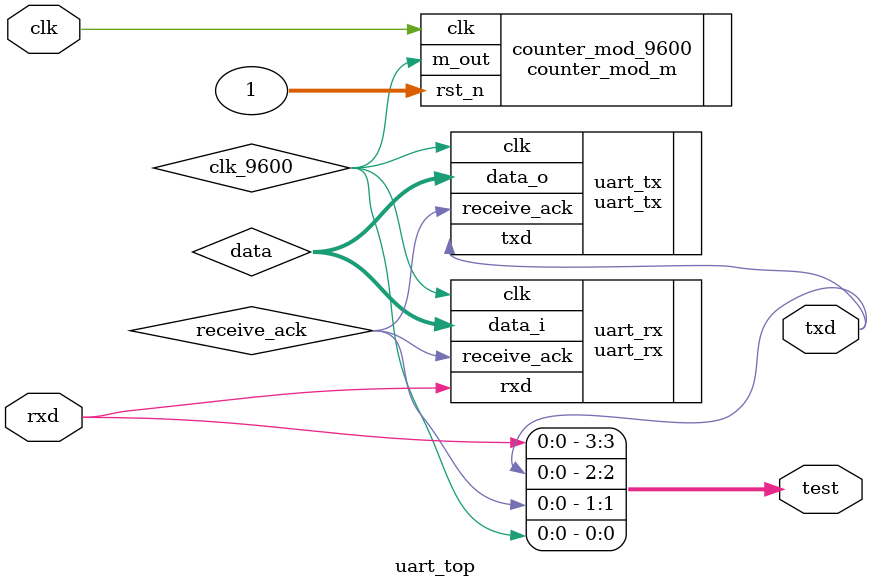
<source format=v>
`timescale 1ns / 1ps


module uart_top(
    input wire rxd,
    input wire clk,
    output wire txd,
    output wire [3:0] test
    );

    localparam Baud_Rate = 9600;
    localparam div_num = 'd100_000_000 / Baud_Rate;

    wire clk_9600;        
    wire receive_ack;
    wire [7:0] data;

    //  9600时钟信号分频
    counter_mod_m #(.M(div_num+1), .N(20)) counter_mod_9600(
        .clk(clk),
        .m_out(clk_9600),
        .rst_n(1)
    );

/*    clk_div clk_div(
        .clk(clk),
        .clk_out(clk_9600)
    );
*/
    uart_tx uart_tx(
        .clk(clk_9600),
        .txd(txd),
        .data_o(data),
        .receive_ack(receive_ack)
    );
    // receive_ack : whick mean............

    uart_rx uart_rx(
        .clk(clk_9600),
        .rxd(rxd),
        .data_i(data),
        .receive_ack(receive_ack)
    );
    
    assign test[0] = clk_9600;
    assign test[1] = receive_ack;
    assign test[2] = txd;
    assign test[3] = rxd;

endmodule

</source>
